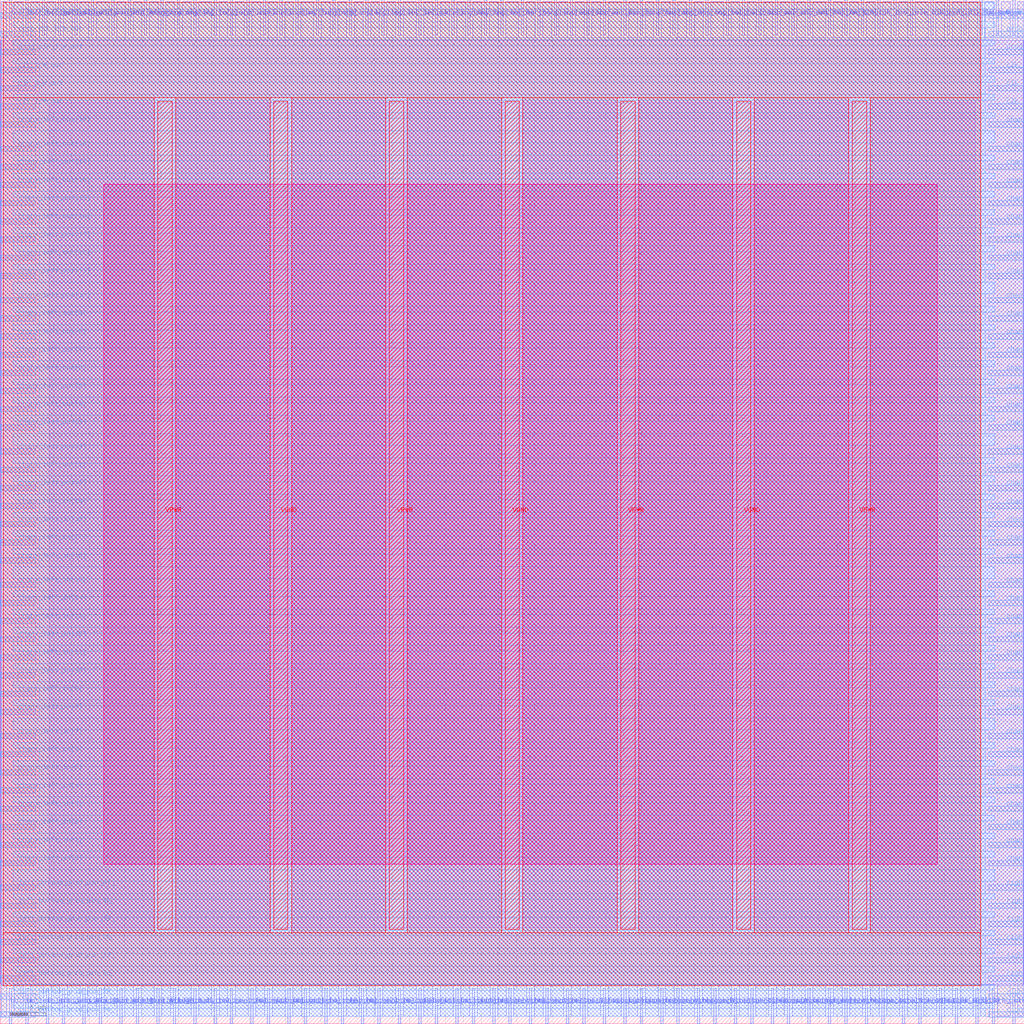
<source format=lef>
VERSION 5.7 ;
  NOWIREEXTENSIONATPIN ON ;
  DIVIDERCHAR "/" ;
  BUSBITCHARS "[]" ;
MACRO sb_1__1_
  CLASS BLOCK ;
  FOREIGN sb_1__1_ ;
  ORIGIN 0.000 0.000 ;
  SIZE 115.000 BY 115.000 ;
  PIN Test_en_N_out
    DIRECTION OUTPUT TRISTATE ;
    USE SIGNAL ;
    PORT
      LAYER met2 ;
        RECT 93.010 111.000 93.290 115.000 ;
    END
  END Test_en_N_out
  PIN Test_en_S_in
    DIRECTION INPUT ;
    USE SIGNAL ;
    PORT
      LAYER met2 ;
        RECT 105.430 0.000 105.710 4.000 ;
    END
  END Test_en_S_in
  PIN VGND
    DIRECTION INPUT ;
    USE GROUND ;
    PORT
      LAYER met4 ;
        RECT 30.710 10.640 32.310 103.600 ;
    END
    PORT
      LAYER met4 ;
        RECT 56.700 10.640 58.300 103.600 ;
    END
    PORT
      LAYER met4 ;
        RECT 82.690 10.640 84.290 103.600 ;
    END
  END VGND
  PIN VPWR
    DIRECTION INPUT ;
    USE POWER ;
    PORT
      LAYER met4 ;
        RECT 17.715 10.640 19.315 103.600 ;
    END
    PORT
      LAYER met4 ;
        RECT 43.705 10.640 45.305 103.600 ;
    END
    PORT
      LAYER met4 ;
        RECT 69.695 10.640 71.295 103.600 ;
    END
    PORT
      LAYER met4 ;
        RECT 95.685 10.640 97.285 103.600 ;
    END
  END VPWR
  PIN bottom_left_grid_pin_42_
    DIRECTION INPUT ;
    USE SIGNAL ;
    PORT
      LAYER met2 ;
        RECT 1.010 0.000 1.290 4.000 ;
    END
  END bottom_left_grid_pin_42_
  PIN bottom_left_grid_pin_43_
    DIRECTION INPUT ;
    USE SIGNAL ;
    PORT
      LAYER met2 ;
        RECT 2.850 0.000 3.130 4.000 ;
    END
  END bottom_left_grid_pin_43_
  PIN bottom_left_grid_pin_44_
    DIRECTION INPUT ;
    USE SIGNAL ;
    PORT
      LAYER met2 ;
        RECT 5.150 0.000 5.430 4.000 ;
    END
  END bottom_left_grid_pin_44_
  PIN bottom_left_grid_pin_45_
    DIRECTION INPUT ;
    USE SIGNAL ;
    PORT
      LAYER met2 ;
        RECT 6.990 0.000 7.270 4.000 ;
    END
  END bottom_left_grid_pin_45_
  PIN bottom_left_grid_pin_46_
    DIRECTION INPUT ;
    USE SIGNAL ;
    PORT
      LAYER met2 ;
        RECT 9.290 0.000 9.570 4.000 ;
    END
  END bottom_left_grid_pin_46_
  PIN bottom_left_grid_pin_47_
    DIRECTION INPUT ;
    USE SIGNAL ;
    PORT
      LAYER met2 ;
        RECT 11.130 0.000 11.410 4.000 ;
    END
  END bottom_left_grid_pin_47_
  PIN bottom_left_grid_pin_48_
    DIRECTION INPUT ;
    USE SIGNAL ;
    PORT
      LAYER met2 ;
        RECT 13.430 0.000 13.710 4.000 ;
    END
  END bottom_left_grid_pin_48_
  PIN bottom_left_grid_pin_49_
    DIRECTION INPUT ;
    USE SIGNAL ;
    PORT
      LAYER met2 ;
        RECT 15.270 0.000 15.550 4.000 ;
    END
  END bottom_left_grid_pin_49_
  PIN ccff_head
    DIRECTION INPUT ;
    USE SIGNAL ;
    PORT
      LAYER met2 ;
        RECT 17.570 0.000 17.850 4.000 ;
    END
  END ccff_head
  PIN ccff_tail
    DIRECTION OUTPUT TRISTATE ;
    USE SIGNAL ;
    PORT
      LAYER met2 ;
        RECT 19.410 0.000 19.690 4.000 ;
    END
  END ccff_tail
  PIN chanx_left_in[0]
    DIRECTION INPUT ;
    USE SIGNAL ;
    PORT
      LAYER met3 ;
        RECT 0.000 17.720 4.000 18.320 ;
    END
  END chanx_left_in[0]
  PIN chanx_left_in[10]
    DIRECTION INPUT ;
    USE SIGNAL ;
    PORT
      LAYER met3 ;
        RECT 0.000 38.800 4.000 39.400 ;
    END
  END chanx_left_in[10]
  PIN chanx_left_in[11]
    DIRECTION INPUT ;
    USE SIGNAL ;
    PORT
      LAYER met3 ;
        RECT 0.000 40.840 4.000 41.440 ;
    END
  END chanx_left_in[11]
  PIN chanx_left_in[12]
    DIRECTION INPUT ;
    USE SIGNAL ;
    PORT
      LAYER met3 ;
        RECT 0.000 42.880 4.000 43.480 ;
    END
  END chanx_left_in[12]
  PIN chanx_left_in[13]
    DIRECTION INPUT ;
    USE SIGNAL ;
    PORT
      LAYER met3 ;
        RECT 0.000 44.920 4.000 45.520 ;
    END
  END chanx_left_in[13]
  PIN chanx_left_in[14]
    DIRECTION INPUT ;
    USE SIGNAL ;
    PORT
      LAYER met3 ;
        RECT 0.000 46.960 4.000 47.560 ;
    END
  END chanx_left_in[14]
  PIN chanx_left_in[15]
    DIRECTION INPUT ;
    USE SIGNAL ;
    PORT
      LAYER met3 ;
        RECT 0.000 49.000 4.000 49.600 ;
    END
  END chanx_left_in[15]
  PIN chanx_left_in[16]
    DIRECTION INPUT ;
    USE SIGNAL ;
    PORT
      LAYER met3 ;
        RECT 0.000 51.720 4.000 52.320 ;
    END
  END chanx_left_in[16]
  PIN chanx_left_in[17]
    DIRECTION INPUT ;
    USE SIGNAL ;
    PORT
      LAYER met3 ;
        RECT 0.000 53.760 4.000 54.360 ;
    END
  END chanx_left_in[17]
  PIN chanx_left_in[18]
    DIRECTION INPUT ;
    USE SIGNAL ;
    PORT
      LAYER met3 ;
        RECT 0.000 55.800 4.000 56.400 ;
    END
  END chanx_left_in[18]
  PIN chanx_left_in[19]
    DIRECTION INPUT ;
    USE SIGNAL ;
    PORT
      LAYER met3 ;
        RECT 0.000 57.840 4.000 58.440 ;
    END
  END chanx_left_in[19]
  PIN chanx_left_in[1]
    DIRECTION INPUT ;
    USE SIGNAL ;
    PORT
      LAYER met3 ;
        RECT 0.000 19.760 4.000 20.360 ;
    END
  END chanx_left_in[1]
  PIN chanx_left_in[2]
    DIRECTION INPUT ;
    USE SIGNAL ;
    PORT
      LAYER met3 ;
        RECT 0.000 21.800 4.000 22.400 ;
    END
  END chanx_left_in[2]
  PIN chanx_left_in[3]
    DIRECTION INPUT ;
    USE SIGNAL ;
    PORT
      LAYER met3 ;
        RECT 0.000 23.840 4.000 24.440 ;
    END
  END chanx_left_in[3]
  PIN chanx_left_in[4]
    DIRECTION INPUT ;
    USE SIGNAL ;
    PORT
      LAYER met3 ;
        RECT 0.000 25.880 4.000 26.480 ;
    END
  END chanx_left_in[4]
  PIN chanx_left_in[5]
    DIRECTION INPUT ;
    USE SIGNAL ;
    PORT
      LAYER met3 ;
        RECT 0.000 27.920 4.000 28.520 ;
    END
  END chanx_left_in[5]
  PIN chanx_left_in[6]
    DIRECTION INPUT ;
    USE SIGNAL ;
    PORT
      LAYER met3 ;
        RECT 0.000 29.960 4.000 30.560 ;
    END
  END chanx_left_in[6]
  PIN chanx_left_in[7]
    DIRECTION INPUT ;
    USE SIGNAL ;
    PORT
      LAYER met3 ;
        RECT 0.000 32.000 4.000 32.600 ;
    END
  END chanx_left_in[7]
  PIN chanx_left_in[8]
    DIRECTION INPUT ;
    USE SIGNAL ;
    PORT
      LAYER met3 ;
        RECT 0.000 34.720 4.000 35.320 ;
    END
  END chanx_left_in[8]
  PIN chanx_left_in[9]
    DIRECTION INPUT ;
    USE SIGNAL ;
    PORT
      LAYER met3 ;
        RECT 0.000 36.760 4.000 37.360 ;
    END
  END chanx_left_in[9]
  PIN chanx_left_out[0]
    DIRECTION OUTPUT TRISTATE ;
    USE SIGNAL ;
    PORT
      LAYER met3 ;
        RECT 0.000 59.880 4.000 60.480 ;
    END
  END chanx_left_out[0]
  PIN chanx_left_out[10]
    DIRECTION OUTPUT TRISTATE ;
    USE SIGNAL ;
    PORT
      LAYER met3 ;
        RECT 0.000 80.960 4.000 81.560 ;
    END
  END chanx_left_out[10]
  PIN chanx_left_out[11]
    DIRECTION OUTPUT TRISTATE ;
    USE SIGNAL ;
    PORT
      LAYER met3 ;
        RECT 0.000 83.680 4.000 84.280 ;
    END
  END chanx_left_out[11]
  PIN chanx_left_out[12]
    DIRECTION OUTPUT TRISTATE ;
    USE SIGNAL ;
    PORT
      LAYER met3 ;
        RECT 0.000 85.720 4.000 86.320 ;
    END
  END chanx_left_out[12]
  PIN chanx_left_out[13]
    DIRECTION OUTPUT TRISTATE ;
    USE SIGNAL ;
    PORT
      LAYER met3 ;
        RECT 0.000 87.760 4.000 88.360 ;
    END
  END chanx_left_out[13]
  PIN chanx_left_out[14]
    DIRECTION OUTPUT TRISTATE ;
    USE SIGNAL ;
    PORT
      LAYER met3 ;
        RECT 0.000 89.800 4.000 90.400 ;
    END
  END chanx_left_out[14]
  PIN chanx_left_out[15]
    DIRECTION OUTPUT TRISTATE ;
    USE SIGNAL ;
    PORT
      LAYER met3 ;
        RECT 0.000 91.840 4.000 92.440 ;
    END
  END chanx_left_out[15]
  PIN chanx_left_out[16]
    DIRECTION OUTPUT TRISTATE ;
    USE SIGNAL ;
    PORT
      LAYER met3 ;
        RECT 0.000 93.880 4.000 94.480 ;
    END
  END chanx_left_out[16]
  PIN chanx_left_out[17]
    DIRECTION OUTPUT TRISTATE ;
    USE SIGNAL ;
    PORT
      LAYER met3 ;
        RECT 0.000 95.920 4.000 96.520 ;
    END
  END chanx_left_out[17]
  PIN chanx_left_out[18]
    DIRECTION OUTPUT TRISTATE ;
    USE SIGNAL ;
    PORT
      LAYER met3 ;
        RECT 0.000 97.960 4.000 98.560 ;
    END
  END chanx_left_out[18]
  PIN chanx_left_out[19]
    DIRECTION OUTPUT TRISTATE ;
    USE SIGNAL ;
    PORT
      LAYER met3 ;
        RECT 0.000 100.680 4.000 101.280 ;
    END
  END chanx_left_out[19]
  PIN chanx_left_out[1]
    DIRECTION OUTPUT TRISTATE ;
    USE SIGNAL ;
    PORT
      LAYER met3 ;
        RECT 0.000 61.920 4.000 62.520 ;
    END
  END chanx_left_out[1]
  PIN chanx_left_out[2]
    DIRECTION OUTPUT TRISTATE ;
    USE SIGNAL ;
    PORT
      LAYER met3 ;
        RECT 0.000 63.960 4.000 64.560 ;
    END
  END chanx_left_out[2]
  PIN chanx_left_out[3]
    DIRECTION OUTPUT TRISTATE ;
    USE SIGNAL ;
    PORT
      LAYER met3 ;
        RECT 0.000 66.680 4.000 67.280 ;
    END
  END chanx_left_out[3]
  PIN chanx_left_out[4]
    DIRECTION OUTPUT TRISTATE ;
    USE SIGNAL ;
    PORT
      LAYER met3 ;
        RECT 0.000 68.720 4.000 69.320 ;
    END
  END chanx_left_out[4]
  PIN chanx_left_out[5]
    DIRECTION OUTPUT TRISTATE ;
    USE SIGNAL ;
    PORT
      LAYER met3 ;
        RECT 0.000 70.760 4.000 71.360 ;
    END
  END chanx_left_out[5]
  PIN chanx_left_out[6]
    DIRECTION OUTPUT TRISTATE ;
    USE SIGNAL ;
    PORT
      LAYER met3 ;
        RECT 0.000 72.800 4.000 73.400 ;
    END
  END chanx_left_out[6]
  PIN chanx_left_out[7]
    DIRECTION OUTPUT TRISTATE ;
    USE SIGNAL ;
    PORT
      LAYER met3 ;
        RECT 0.000 74.840 4.000 75.440 ;
    END
  END chanx_left_out[7]
  PIN chanx_left_out[8]
    DIRECTION OUTPUT TRISTATE ;
    USE SIGNAL ;
    PORT
      LAYER met3 ;
        RECT 0.000 76.880 4.000 77.480 ;
    END
  END chanx_left_out[8]
  PIN chanx_left_out[9]
    DIRECTION OUTPUT TRISTATE ;
    USE SIGNAL ;
    PORT
      LAYER met3 ;
        RECT 0.000 78.920 4.000 79.520 ;
    END
  END chanx_left_out[9]
  PIN chanx_right_in[0]
    DIRECTION INPUT ;
    USE SIGNAL ;
    PORT
      LAYER met3 ;
        RECT 111.000 17.720 115.000 18.320 ;
    END
  END chanx_right_in[0]
  PIN chanx_right_in[10]
    DIRECTION INPUT ;
    USE SIGNAL ;
    PORT
      LAYER met3 ;
        RECT 111.000 38.800 115.000 39.400 ;
    END
  END chanx_right_in[10]
  PIN chanx_right_in[11]
    DIRECTION INPUT ;
    USE SIGNAL ;
    PORT
      LAYER met3 ;
        RECT 111.000 40.840 115.000 41.440 ;
    END
  END chanx_right_in[11]
  PIN chanx_right_in[12]
    DIRECTION INPUT ;
    USE SIGNAL ;
    PORT
      LAYER met3 ;
        RECT 111.000 42.880 115.000 43.480 ;
    END
  END chanx_right_in[12]
  PIN chanx_right_in[13]
    DIRECTION INPUT ;
    USE SIGNAL ;
    PORT
      LAYER met3 ;
        RECT 111.000 44.920 115.000 45.520 ;
    END
  END chanx_right_in[13]
  PIN chanx_right_in[14]
    DIRECTION INPUT ;
    USE SIGNAL ;
    PORT
      LAYER met3 ;
        RECT 111.000 46.960 115.000 47.560 ;
    END
  END chanx_right_in[14]
  PIN chanx_right_in[15]
    DIRECTION INPUT ;
    USE SIGNAL ;
    PORT
      LAYER met3 ;
        RECT 111.000 49.000 115.000 49.600 ;
    END
  END chanx_right_in[15]
  PIN chanx_right_in[16]
    DIRECTION INPUT ;
    USE SIGNAL ;
    PORT
      LAYER met3 ;
        RECT 111.000 51.720 115.000 52.320 ;
    END
  END chanx_right_in[16]
  PIN chanx_right_in[17]
    DIRECTION INPUT ;
    USE SIGNAL ;
    PORT
      LAYER met3 ;
        RECT 111.000 53.760 115.000 54.360 ;
    END
  END chanx_right_in[17]
  PIN chanx_right_in[18]
    DIRECTION INPUT ;
    USE SIGNAL ;
    PORT
      LAYER met3 ;
        RECT 111.000 55.800 115.000 56.400 ;
    END
  END chanx_right_in[18]
  PIN chanx_right_in[19]
    DIRECTION INPUT ;
    USE SIGNAL ;
    PORT
      LAYER met3 ;
        RECT 111.000 57.840 115.000 58.440 ;
    END
  END chanx_right_in[19]
  PIN chanx_right_in[1]
    DIRECTION INPUT ;
    USE SIGNAL ;
    PORT
      LAYER met3 ;
        RECT 111.000 19.760 115.000 20.360 ;
    END
  END chanx_right_in[1]
  PIN chanx_right_in[2]
    DIRECTION INPUT ;
    USE SIGNAL ;
    PORT
      LAYER met3 ;
        RECT 111.000 21.800 115.000 22.400 ;
    END
  END chanx_right_in[2]
  PIN chanx_right_in[3]
    DIRECTION INPUT ;
    USE SIGNAL ;
    PORT
      LAYER met3 ;
        RECT 111.000 23.840 115.000 24.440 ;
    END
  END chanx_right_in[3]
  PIN chanx_right_in[4]
    DIRECTION INPUT ;
    USE SIGNAL ;
    PORT
      LAYER met3 ;
        RECT 111.000 25.880 115.000 26.480 ;
    END
  END chanx_right_in[4]
  PIN chanx_right_in[5]
    DIRECTION INPUT ;
    USE SIGNAL ;
    PORT
      LAYER met3 ;
        RECT 111.000 27.920 115.000 28.520 ;
    END
  END chanx_right_in[5]
  PIN chanx_right_in[6]
    DIRECTION INPUT ;
    USE SIGNAL ;
    PORT
      LAYER met3 ;
        RECT 111.000 29.960 115.000 30.560 ;
    END
  END chanx_right_in[6]
  PIN chanx_right_in[7]
    DIRECTION INPUT ;
    USE SIGNAL ;
    PORT
      LAYER met3 ;
        RECT 111.000 32.000 115.000 32.600 ;
    END
  END chanx_right_in[7]
  PIN chanx_right_in[8]
    DIRECTION INPUT ;
    USE SIGNAL ;
    PORT
      LAYER met3 ;
        RECT 111.000 34.720 115.000 35.320 ;
    END
  END chanx_right_in[8]
  PIN chanx_right_in[9]
    DIRECTION INPUT ;
    USE SIGNAL ;
    PORT
      LAYER met3 ;
        RECT 111.000 36.760 115.000 37.360 ;
    END
  END chanx_right_in[9]
  PIN chanx_right_out[0]
    DIRECTION OUTPUT TRISTATE ;
    USE SIGNAL ;
    PORT
      LAYER met3 ;
        RECT 111.000 59.880 115.000 60.480 ;
    END
  END chanx_right_out[0]
  PIN chanx_right_out[10]
    DIRECTION OUTPUT TRISTATE ;
    USE SIGNAL ;
    PORT
      LAYER met3 ;
        RECT 111.000 80.960 115.000 81.560 ;
    END
  END chanx_right_out[10]
  PIN chanx_right_out[11]
    DIRECTION OUTPUT TRISTATE ;
    USE SIGNAL ;
    PORT
      LAYER met3 ;
        RECT 111.000 83.680 115.000 84.280 ;
    END
  END chanx_right_out[11]
  PIN chanx_right_out[12]
    DIRECTION OUTPUT TRISTATE ;
    USE SIGNAL ;
    PORT
      LAYER met3 ;
        RECT 111.000 85.720 115.000 86.320 ;
    END
  END chanx_right_out[12]
  PIN chanx_right_out[13]
    DIRECTION OUTPUT TRISTATE ;
    USE SIGNAL ;
    PORT
      LAYER met3 ;
        RECT 111.000 87.760 115.000 88.360 ;
    END
  END chanx_right_out[13]
  PIN chanx_right_out[14]
    DIRECTION OUTPUT TRISTATE ;
    USE SIGNAL ;
    PORT
      LAYER met3 ;
        RECT 111.000 89.800 115.000 90.400 ;
    END
  END chanx_right_out[14]
  PIN chanx_right_out[15]
    DIRECTION OUTPUT TRISTATE ;
    USE SIGNAL ;
    PORT
      LAYER met3 ;
        RECT 111.000 91.840 115.000 92.440 ;
    END
  END chanx_right_out[15]
  PIN chanx_right_out[16]
    DIRECTION OUTPUT TRISTATE ;
    USE SIGNAL ;
    PORT
      LAYER met3 ;
        RECT 111.000 93.880 115.000 94.480 ;
    END
  END chanx_right_out[16]
  PIN chanx_right_out[17]
    DIRECTION OUTPUT TRISTATE ;
    USE SIGNAL ;
    PORT
      LAYER met3 ;
        RECT 111.000 95.920 115.000 96.520 ;
    END
  END chanx_right_out[17]
  PIN chanx_right_out[18]
    DIRECTION OUTPUT TRISTATE ;
    USE SIGNAL ;
    PORT
      LAYER met3 ;
        RECT 111.000 97.960 115.000 98.560 ;
    END
  END chanx_right_out[18]
  PIN chanx_right_out[19]
    DIRECTION OUTPUT TRISTATE ;
    USE SIGNAL ;
    PORT
      LAYER met3 ;
        RECT 111.000 100.680 115.000 101.280 ;
    END
  END chanx_right_out[19]
  PIN chanx_right_out[1]
    DIRECTION OUTPUT TRISTATE ;
    USE SIGNAL ;
    PORT
      LAYER met3 ;
        RECT 111.000 61.920 115.000 62.520 ;
    END
  END chanx_right_out[1]
  PIN chanx_right_out[2]
    DIRECTION OUTPUT TRISTATE ;
    USE SIGNAL ;
    PORT
      LAYER met3 ;
        RECT 111.000 63.960 115.000 64.560 ;
    END
  END chanx_right_out[2]
  PIN chanx_right_out[3]
    DIRECTION OUTPUT TRISTATE ;
    USE SIGNAL ;
    PORT
      LAYER met3 ;
        RECT 111.000 66.680 115.000 67.280 ;
    END
  END chanx_right_out[3]
  PIN chanx_right_out[4]
    DIRECTION OUTPUT TRISTATE ;
    USE SIGNAL ;
    PORT
      LAYER met3 ;
        RECT 111.000 68.720 115.000 69.320 ;
    END
  END chanx_right_out[4]
  PIN chanx_right_out[5]
    DIRECTION OUTPUT TRISTATE ;
    USE SIGNAL ;
    PORT
      LAYER met3 ;
        RECT 111.000 70.760 115.000 71.360 ;
    END
  END chanx_right_out[5]
  PIN chanx_right_out[6]
    DIRECTION OUTPUT TRISTATE ;
    USE SIGNAL ;
    PORT
      LAYER met3 ;
        RECT 111.000 72.800 115.000 73.400 ;
    END
  END chanx_right_out[6]
  PIN chanx_right_out[7]
    DIRECTION OUTPUT TRISTATE ;
    USE SIGNAL ;
    PORT
      LAYER met3 ;
        RECT 111.000 74.840 115.000 75.440 ;
    END
  END chanx_right_out[7]
  PIN chanx_right_out[8]
    DIRECTION OUTPUT TRISTATE ;
    USE SIGNAL ;
    PORT
      LAYER met3 ;
        RECT 111.000 76.880 115.000 77.480 ;
    END
  END chanx_right_out[8]
  PIN chanx_right_out[9]
    DIRECTION OUTPUT TRISTATE ;
    USE SIGNAL ;
    PORT
      LAYER met3 ;
        RECT 111.000 78.920 115.000 79.520 ;
    END
  END chanx_right_out[9]
  PIN chany_bottom_in[0]
    DIRECTION INPUT ;
    USE SIGNAL ;
    PORT
      LAYER met2 ;
        RECT 21.710 0.000 21.990 4.000 ;
    END
  END chany_bottom_in[0]
  PIN chany_bottom_in[10]
    DIRECTION INPUT ;
    USE SIGNAL ;
    PORT
      LAYER met2 ;
        RECT 42.410 0.000 42.690 4.000 ;
    END
  END chany_bottom_in[10]
  PIN chany_bottom_in[11]
    DIRECTION INPUT ;
    USE SIGNAL ;
    PORT
      LAYER met2 ;
        RECT 44.710 0.000 44.990 4.000 ;
    END
  END chany_bottom_in[11]
  PIN chany_bottom_in[12]
    DIRECTION INPUT ;
    USE SIGNAL ;
    PORT
      LAYER met2 ;
        RECT 47.010 0.000 47.290 4.000 ;
    END
  END chany_bottom_in[12]
  PIN chany_bottom_in[13]
    DIRECTION INPUT ;
    USE SIGNAL ;
    PORT
      LAYER met2 ;
        RECT 48.850 0.000 49.130 4.000 ;
    END
  END chany_bottom_in[13]
  PIN chany_bottom_in[14]
    DIRECTION INPUT ;
    USE SIGNAL ;
    PORT
      LAYER met2 ;
        RECT 51.150 0.000 51.430 4.000 ;
    END
  END chany_bottom_in[14]
  PIN chany_bottom_in[15]
    DIRECTION INPUT ;
    USE SIGNAL ;
    PORT
      LAYER met2 ;
        RECT 52.990 0.000 53.270 4.000 ;
    END
  END chany_bottom_in[15]
  PIN chany_bottom_in[16]
    DIRECTION INPUT ;
    USE SIGNAL ;
    PORT
      LAYER met2 ;
        RECT 55.290 0.000 55.570 4.000 ;
    END
  END chany_bottom_in[16]
  PIN chany_bottom_in[17]
    DIRECTION INPUT ;
    USE SIGNAL ;
    PORT
      LAYER met2 ;
        RECT 57.130 0.000 57.410 4.000 ;
    END
  END chany_bottom_in[17]
  PIN chany_bottom_in[18]
    DIRECTION INPUT ;
    USE SIGNAL ;
    PORT
      LAYER met2 ;
        RECT 59.430 0.000 59.710 4.000 ;
    END
  END chany_bottom_in[18]
  PIN chany_bottom_in[19]
    DIRECTION INPUT ;
    USE SIGNAL ;
    PORT
      LAYER met2 ;
        RECT 61.270 0.000 61.550 4.000 ;
    END
  END chany_bottom_in[19]
  PIN chany_bottom_in[1]
    DIRECTION INPUT ;
    USE SIGNAL ;
    PORT
      LAYER met2 ;
        RECT 24.010 0.000 24.290 4.000 ;
    END
  END chany_bottom_in[1]
  PIN chany_bottom_in[2]
    DIRECTION INPUT ;
    USE SIGNAL ;
    PORT
      LAYER met2 ;
        RECT 25.850 0.000 26.130 4.000 ;
    END
  END chany_bottom_in[2]
  PIN chany_bottom_in[3]
    DIRECTION INPUT ;
    USE SIGNAL ;
    PORT
      LAYER met2 ;
        RECT 28.150 0.000 28.430 4.000 ;
    END
  END chany_bottom_in[3]
  PIN chany_bottom_in[4]
    DIRECTION INPUT ;
    USE SIGNAL ;
    PORT
      LAYER met2 ;
        RECT 29.990 0.000 30.270 4.000 ;
    END
  END chany_bottom_in[4]
  PIN chany_bottom_in[5]
    DIRECTION INPUT ;
    USE SIGNAL ;
    PORT
      LAYER met2 ;
        RECT 32.290 0.000 32.570 4.000 ;
    END
  END chany_bottom_in[5]
  PIN chany_bottom_in[6]
    DIRECTION INPUT ;
    USE SIGNAL ;
    PORT
      LAYER met2 ;
        RECT 34.130 0.000 34.410 4.000 ;
    END
  END chany_bottom_in[6]
  PIN chany_bottom_in[7]
    DIRECTION INPUT ;
    USE SIGNAL ;
    PORT
      LAYER met2 ;
        RECT 36.430 0.000 36.710 4.000 ;
    END
  END chany_bottom_in[7]
  PIN chany_bottom_in[8]
    DIRECTION INPUT ;
    USE SIGNAL ;
    PORT
      LAYER met2 ;
        RECT 38.270 0.000 38.550 4.000 ;
    END
  END chany_bottom_in[8]
  PIN chany_bottom_in[9]
    DIRECTION INPUT ;
    USE SIGNAL ;
    PORT
      LAYER met2 ;
        RECT 40.570 0.000 40.850 4.000 ;
    END
  END chany_bottom_in[9]
  PIN chany_bottom_out[0]
    DIRECTION OUTPUT TRISTATE ;
    USE SIGNAL ;
    PORT
      LAYER met2 ;
        RECT 63.570 0.000 63.850 4.000 ;
    END
  END chany_bottom_out[0]
  PIN chany_bottom_out[10]
    DIRECTION OUTPUT TRISTATE ;
    USE SIGNAL ;
    PORT
      LAYER met2 ;
        RECT 84.270 0.000 84.550 4.000 ;
    END
  END chany_bottom_out[10]
  PIN chany_bottom_out[11]
    DIRECTION OUTPUT TRISTATE ;
    USE SIGNAL ;
    PORT
      LAYER met2 ;
        RECT 86.570 0.000 86.850 4.000 ;
    END
  END chany_bottom_out[11]
  PIN chany_bottom_out[12]
    DIRECTION OUTPUT TRISTATE ;
    USE SIGNAL ;
    PORT
      LAYER met2 ;
        RECT 88.410 0.000 88.690 4.000 ;
    END
  END chany_bottom_out[12]
  PIN chany_bottom_out[13]
    DIRECTION OUTPUT TRISTATE ;
    USE SIGNAL ;
    PORT
      LAYER met2 ;
        RECT 90.710 0.000 90.990 4.000 ;
    END
  END chany_bottom_out[13]
  PIN chany_bottom_out[14]
    DIRECTION OUTPUT TRISTATE ;
    USE SIGNAL ;
    PORT
      LAYER met2 ;
        RECT 93.010 0.000 93.290 4.000 ;
    END
  END chany_bottom_out[14]
  PIN chany_bottom_out[15]
    DIRECTION OUTPUT TRISTATE ;
    USE SIGNAL ;
    PORT
      LAYER met2 ;
        RECT 94.850 0.000 95.130 4.000 ;
    END
  END chany_bottom_out[15]
  PIN chany_bottom_out[16]
    DIRECTION OUTPUT TRISTATE ;
    USE SIGNAL ;
    PORT
      LAYER met2 ;
        RECT 97.150 0.000 97.430 4.000 ;
    END
  END chany_bottom_out[16]
  PIN chany_bottom_out[17]
    DIRECTION OUTPUT TRISTATE ;
    USE SIGNAL ;
    PORT
      LAYER met2 ;
        RECT 98.990 0.000 99.270 4.000 ;
    END
  END chany_bottom_out[17]
  PIN chany_bottom_out[18]
    DIRECTION OUTPUT TRISTATE ;
    USE SIGNAL ;
    PORT
      LAYER met2 ;
        RECT 101.290 0.000 101.570 4.000 ;
    END
  END chany_bottom_out[18]
  PIN chany_bottom_out[19]
    DIRECTION OUTPUT TRISTATE ;
    USE SIGNAL ;
    PORT
      LAYER met2 ;
        RECT 103.130 0.000 103.410 4.000 ;
    END
  END chany_bottom_out[19]
  PIN chany_bottom_out[1]
    DIRECTION OUTPUT TRISTATE ;
    USE SIGNAL ;
    PORT
      LAYER met2 ;
        RECT 65.410 0.000 65.690 4.000 ;
    END
  END chany_bottom_out[1]
  PIN chany_bottom_out[2]
    DIRECTION OUTPUT TRISTATE ;
    USE SIGNAL ;
    PORT
      LAYER met2 ;
        RECT 67.710 0.000 67.990 4.000 ;
    END
  END chany_bottom_out[2]
  PIN chany_bottom_out[3]
    DIRECTION OUTPUT TRISTATE ;
    USE SIGNAL ;
    PORT
      LAYER met2 ;
        RECT 70.010 0.000 70.290 4.000 ;
    END
  END chany_bottom_out[3]
  PIN chany_bottom_out[4]
    DIRECTION OUTPUT TRISTATE ;
    USE SIGNAL ;
    PORT
      LAYER met2 ;
        RECT 71.850 0.000 72.130 4.000 ;
    END
  END chany_bottom_out[4]
  PIN chany_bottom_out[5]
    DIRECTION OUTPUT TRISTATE ;
    USE SIGNAL ;
    PORT
      LAYER met2 ;
        RECT 74.150 0.000 74.430 4.000 ;
    END
  END chany_bottom_out[5]
  PIN chany_bottom_out[6]
    DIRECTION OUTPUT TRISTATE ;
    USE SIGNAL ;
    PORT
      LAYER met2 ;
        RECT 75.990 0.000 76.270 4.000 ;
    END
  END chany_bottom_out[6]
  PIN chany_bottom_out[7]
    DIRECTION OUTPUT TRISTATE ;
    USE SIGNAL ;
    PORT
      LAYER met2 ;
        RECT 78.290 0.000 78.570 4.000 ;
    END
  END chany_bottom_out[7]
  PIN chany_bottom_out[8]
    DIRECTION OUTPUT TRISTATE ;
    USE SIGNAL ;
    PORT
      LAYER met2 ;
        RECT 80.130 0.000 80.410 4.000 ;
    END
  END chany_bottom_out[8]
  PIN chany_bottom_out[9]
    DIRECTION OUTPUT TRISTATE ;
    USE SIGNAL ;
    PORT
      LAYER met2 ;
        RECT 82.430 0.000 82.710 4.000 ;
    END
  END chany_bottom_out[9]
  PIN chany_top_in[0]
    DIRECTION INPUT ;
    USE SIGNAL ;
    PORT
      LAYER met2 ;
        RECT 16.190 111.000 16.470 115.000 ;
    END
  END chany_top_in[0]
  PIN chany_top_in[10]
    DIRECTION INPUT ;
    USE SIGNAL ;
    PORT
      LAYER met2 ;
        RECT 35.510 111.000 35.790 115.000 ;
    END
  END chany_top_in[10]
  PIN chany_top_in[11]
    DIRECTION INPUT ;
    USE SIGNAL ;
    PORT
      LAYER met2 ;
        RECT 37.350 111.000 37.630 115.000 ;
    END
  END chany_top_in[11]
  PIN chany_top_in[12]
    DIRECTION INPUT ;
    USE SIGNAL ;
    PORT
      LAYER met2 ;
        RECT 39.190 111.000 39.470 115.000 ;
    END
  END chany_top_in[12]
  PIN chany_top_in[13]
    DIRECTION INPUT ;
    USE SIGNAL ;
    PORT
      LAYER met2 ;
        RECT 41.030 111.000 41.310 115.000 ;
    END
  END chany_top_in[13]
  PIN chany_top_in[14]
    DIRECTION INPUT ;
    USE SIGNAL ;
    PORT
      LAYER met2 ;
        RECT 42.870 111.000 43.150 115.000 ;
    END
  END chany_top_in[14]
  PIN chany_top_in[15]
    DIRECTION INPUT ;
    USE SIGNAL ;
    PORT
      LAYER met2 ;
        RECT 44.710 111.000 44.990 115.000 ;
    END
  END chany_top_in[15]
  PIN chany_top_in[16]
    DIRECTION INPUT ;
    USE SIGNAL ;
    PORT
      LAYER met2 ;
        RECT 47.010 111.000 47.290 115.000 ;
    END
  END chany_top_in[16]
  PIN chany_top_in[17]
    DIRECTION INPUT ;
    USE SIGNAL ;
    PORT
      LAYER met2 ;
        RECT 48.850 111.000 49.130 115.000 ;
    END
  END chany_top_in[17]
  PIN chany_top_in[18]
    DIRECTION INPUT ;
    USE SIGNAL ;
    PORT
      LAYER met2 ;
        RECT 50.690 111.000 50.970 115.000 ;
    END
  END chany_top_in[18]
  PIN chany_top_in[19]
    DIRECTION INPUT ;
    USE SIGNAL ;
    PORT
      LAYER met2 ;
        RECT 52.530 111.000 52.810 115.000 ;
    END
  END chany_top_in[19]
  PIN chany_top_in[1]
    DIRECTION INPUT ;
    USE SIGNAL ;
    PORT
      LAYER met2 ;
        RECT 18.030 111.000 18.310 115.000 ;
    END
  END chany_top_in[1]
  PIN chany_top_in[2]
    DIRECTION INPUT ;
    USE SIGNAL ;
    PORT
      LAYER met2 ;
        RECT 19.870 111.000 20.150 115.000 ;
    END
  END chany_top_in[2]
  PIN chany_top_in[3]
    DIRECTION INPUT ;
    USE SIGNAL ;
    PORT
      LAYER met2 ;
        RECT 21.710 111.000 21.990 115.000 ;
    END
  END chany_top_in[3]
  PIN chany_top_in[4]
    DIRECTION INPUT ;
    USE SIGNAL ;
    PORT
      LAYER met2 ;
        RECT 24.010 111.000 24.290 115.000 ;
    END
  END chany_top_in[4]
  PIN chany_top_in[5]
    DIRECTION INPUT ;
    USE SIGNAL ;
    PORT
      LAYER met2 ;
        RECT 25.850 111.000 26.130 115.000 ;
    END
  END chany_top_in[5]
  PIN chany_top_in[6]
    DIRECTION INPUT ;
    USE SIGNAL ;
    PORT
      LAYER met2 ;
        RECT 27.690 111.000 27.970 115.000 ;
    END
  END chany_top_in[6]
  PIN chany_top_in[7]
    DIRECTION INPUT ;
    USE SIGNAL ;
    PORT
      LAYER met2 ;
        RECT 29.530 111.000 29.810 115.000 ;
    END
  END chany_top_in[7]
  PIN chany_top_in[8]
    DIRECTION INPUT ;
    USE SIGNAL ;
    PORT
      LAYER met2 ;
        RECT 31.370 111.000 31.650 115.000 ;
    END
  END chany_top_in[8]
  PIN chany_top_in[9]
    DIRECTION INPUT ;
    USE SIGNAL ;
    PORT
      LAYER met2 ;
        RECT 33.210 111.000 33.490 115.000 ;
    END
  END chany_top_in[9]
  PIN chany_top_out[0]
    DIRECTION OUTPUT TRISTATE ;
    USE SIGNAL ;
    PORT
      LAYER met2 ;
        RECT 54.370 111.000 54.650 115.000 ;
    END
  END chany_top_out[0]
  PIN chany_top_out[10]
    DIRECTION OUTPUT TRISTATE ;
    USE SIGNAL ;
    PORT
      LAYER met2 ;
        RECT 73.690 111.000 73.970 115.000 ;
    END
  END chany_top_out[10]
  PIN chany_top_out[11]
    DIRECTION OUTPUT TRISTATE ;
    USE SIGNAL ;
    PORT
      LAYER met2 ;
        RECT 75.530 111.000 75.810 115.000 ;
    END
  END chany_top_out[11]
  PIN chany_top_out[12]
    DIRECTION OUTPUT TRISTATE ;
    USE SIGNAL ;
    PORT
      LAYER met2 ;
        RECT 77.370 111.000 77.650 115.000 ;
    END
  END chany_top_out[12]
  PIN chany_top_out[13]
    DIRECTION OUTPUT TRISTATE ;
    USE SIGNAL ;
    PORT
      LAYER met2 ;
        RECT 79.210 111.000 79.490 115.000 ;
    END
  END chany_top_out[13]
  PIN chany_top_out[14]
    DIRECTION OUTPUT TRISTATE ;
    USE SIGNAL ;
    PORT
      LAYER met2 ;
        RECT 81.510 111.000 81.790 115.000 ;
    END
  END chany_top_out[14]
  PIN chany_top_out[15]
    DIRECTION OUTPUT TRISTATE ;
    USE SIGNAL ;
    PORT
      LAYER met2 ;
        RECT 83.350 111.000 83.630 115.000 ;
    END
  END chany_top_out[15]
  PIN chany_top_out[16]
    DIRECTION OUTPUT TRISTATE ;
    USE SIGNAL ;
    PORT
      LAYER met2 ;
        RECT 85.190 111.000 85.470 115.000 ;
    END
  END chany_top_out[16]
  PIN chany_top_out[17]
    DIRECTION OUTPUT TRISTATE ;
    USE SIGNAL ;
    PORT
      LAYER met2 ;
        RECT 87.030 111.000 87.310 115.000 ;
    END
  END chany_top_out[17]
  PIN chany_top_out[18]
    DIRECTION OUTPUT TRISTATE ;
    USE SIGNAL ;
    PORT
      LAYER met2 ;
        RECT 88.870 111.000 89.150 115.000 ;
    END
  END chany_top_out[18]
  PIN chany_top_out[19]
    DIRECTION OUTPUT TRISTATE ;
    USE SIGNAL ;
    PORT
      LAYER met2 ;
        RECT 90.710 111.000 90.990 115.000 ;
    END
  END chany_top_out[19]
  PIN chany_top_out[1]
    DIRECTION OUTPUT TRISTATE ;
    USE SIGNAL ;
    PORT
      LAYER met2 ;
        RECT 56.210 111.000 56.490 115.000 ;
    END
  END chany_top_out[1]
  PIN chany_top_out[2]
    DIRECTION OUTPUT TRISTATE ;
    USE SIGNAL ;
    PORT
      LAYER met2 ;
        RECT 58.510 111.000 58.790 115.000 ;
    END
  END chany_top_out[2]
  PIN chany_top_out[3]
    DIRECTION OUTPUT TRISTATE ;
    USE SIGNAL ;
    PORT
      LAYER met2 ;
        RECT 60.350 111.000 60.630 115.000 ;
    END
  END chany_top_out[3]
  PIN chany_top_out[4]
    DIRECTION OUTPUT TRISTATE ;
    USE SIGNAL ;
    PORT
      LAYER met2 ;
        RECT 62.190 111.000 62.470 115.000 ;
    END
  END chany_top_out[4]
  PIN chany_top_out[5]
    DIRECTION OUTPUT TRISTATE ;
    USE SIGNAL ;
    PORT
      LAYER met2 ;
        RECT 64.030 111.000 64.310 115.000 ;
    END
  END chany_top_out[5]
  PIN chany_top_out[6]
    DIRECTION OUTPUT TRISTATE ;
    USE SIGNAL ;
    PORT
      LAYER met2 ;
        RECT 65.870 111.000 66.150 115.000 ;
    END
  END chany_top_out[6]
  PIN chany_top_out[7]
    DIRECTION OUTPUT TRISTATE ;
    USE SIGNAL ;
    PORT
      LAYER met2 ;
        RECT 67.710 111.000 67.990 115.000 ;
    END
  END chany_top_out[7]
  PIN chany_top_out[8]
    DIRECTION OUTPUT TRISTATE ;
    USE SIGNAL ;
    PORT
      LAYER met2 ;
        RECT 70.010 111.000 70.290 115.000 ;
    END
  END chany_top_out[8]
  PIN chany_top_out[9]
    DIRECTION OUTPUT TRISTATE ;
    USE SIGNAL ;
    PORT
      LAYER met2 ;
        RECT 71.850 111.000 72.130 115.000 ;
    END
  END chany_top_out[9]
  PIN clk_1_E_out
    DIRECTION OUTPUT TRISTATE ;
    USE SIGNAL ;
    PORT
      LAYER met3 ;
        RECT 111.000 102.720 115.000 103.320 ;
    END
  END clk_1_E_out
  PIN clk_1_N_in
    DIRECTION INPUT ;
    USE SIGNAL ;
    PORT
      LAYER met2 ;
        RECT 94.850 111.000 95.130 115.000 ;
    END
  END clk_1_N_in
  PIN clk_1_W_out
    DIRECTION OUTPUT TRISTATE ;
    USE SIGNAL ;
    PORT
      LAYER met3 ;
        RECT 0.000 102.720 4.000 103.320 ;
    END
  END clk_1_W_out
  PIN clk_2_E_out
    DIRECTION OUTPUT TRISTATE ;
    USE SIGNAL ;
    PORT
      LAYER met3 ;
        RECT 111.000 104.760 115.000 105.360 ;
    END
  END clk_2_E_out
  PIN clk_2_N_in
    DIRECTION INPUT ;
    USE SIGNAL ;
    PORT
      LAYER met2 ;
        RECT 96.690 111.000 96.970 115.000 ;
    END
  END clk_2_N_in
  PIN clk_2_N_out
    DIRECTION OUTPUT TRISTATE ;
    USE SIGNAL ;
    PORT
      LAYER met2 ;
        RECT 108.190 111.000 108.470 115.000 ;
    END
  END clk_2_N_out
  PIN clk_2_S_out
    DIRECTION OUTPUT TRISTATE ;
    USE SIGNAL ;
    PORT
      LAYER met2 ;
        RECT 107.270 0.000 107.550 4.000 ;
    END
  END clk_2_S_out
  PIN clk_2_W_out
    DIRECTION OUTPUT TRISTATE ;
    USE SIGNAL ;
    PORT
      LAYER met3 ;
        RECT 0.000 104.760 4.000 105.360 ;
    END
  END clk_2_W_out
  PIN clk_3_E_out
    DIRECTION OUTPUT TRISTATE ;
    USE SIGNAL ;
    PORT
      LAYER met3 ;
        RECT 111.000 106.800 115.000 107.400 ;
    END
  END clk_3_E_out
  PIN clk_3_N_in
    DIRECTION INPUT ;
    USE SIGNAL ;
    PORT
      LAYER met2 ;
        RECT 98.530 111.000 98.810 115.000 ;
    END
  END clk_3_N_in
  PIN clk_3_N_out
    DIRECTION OUTPUT TRISTATE ;
    USE SIGNAL ;
    PORT
      LAYER met2 ;
        RECT 110.030 111.000 110.310 115.000 ;
    END
  END clk_3_N_out
  PIN clk_3_S_out
    DIRECTION OUTPUT TRISTATE ;
    USE SIGNAL ;
    PORT
      LAYER met2 ;
        RECT 109.570 0.000 109.850 4.000 ;
    END
  END clk_3_S_out
  PIN clk_3_W_out
    DIRECTION OUTPUT TRISTATE ;
    USE SIGNAL ;
    PORT
      LAYER met3 ;
        RECT 0.000 106.800 4.000 107.400 ;
    END
  END clk_3_W_out
  PIN left_bottom_grid_pin_34_
    DIRECTION INPUT ;
    USE SIGNAL ;
    PORT
      LAYER met3 ;
        RECT 0.000 0.720 4.000 1.320 ;
    END
  END left_bottom_grid_pin_34_
  PIN left_bottom_grid_pin_35_
    DIRECTION INPUT ;
    USE SIGNAL ;
    PORT
      LAYER met3 ;
        RECT 0.000 2.760 4.000 3.360 ;
    END
  END left_bottom_grid_pin_35_
  PIN left_bottom_grid_pin_36_
    DIRECTION INPUT ;
    USE SIGNAL ;
    PORT
      LAYER met3 ;
        RECT 0.000 4.800 4.000 5.400 ;
    END
  END left_bottom_grid_pin_36_
  PIN left_bottom_grid_pin_37_
    DIRECTION INPUT ;
    USE SIGNAL ;
    PORT
      LAYER met3 ;
        RECT 0.000 6.840 4.000 7.440 ;
    END
  END left_bottom_grid_pin_37_
  PIN left_bottom_grid_pin_38_
    DIRECTION INPUT ;
    USE SIGNAL ;
    PORT
      LAYER met3 ;
        RECT 0.000 8.880 4.000 9.480 ;
    END
  END left_bottom_grid_pin_38_
  PIN left_bottom_grid_pin_39_
    DIRECTION INPUT ;
    USE SIGNAL ;
    PORT
      LAYER met3 ;
        RECT 0.000 10.920 4.000 11.520 ;
    END
  END left_bottom_grid_pin_39_
  PIN left_bottom_grid_pin_40_
    DIRECTION INPUT ;
    USE SIGNAL ;
    PORT
      LAYER met3 ;
        RECT 0.000 12.960 4.000 13.560 ;
    END
  END left_bottom_grid_pin_40_
  PIN left_bottom_grid_pin_41_
    DIRECTION INPUT ;
    USE SIGNAL ;
    PORT
      LAYER met3 ;
        RECT 0.000 15.000 4.000 15.600 ;
    END
  END left_bottom_grid_pin_41_
  PIN prog_clk_0_N_in
    DIRECTION INPUT ;
    USE SIGNAL ;
    PORT
      LAYER met2 ;
        RECT 100.370 111.000 100.650 115.000 ;
    END
  END prog_clk_0_N_in
  PIN prog_clk_1_E_out
    DIRECTION OUTPUT TRISTATE ;
    USE SIGNAL ;
    PORT
      LAYER met3 ;
        RECT 111.000 108.840 115.000 109.440 ;
    END
  END prog_clk_1_E_out
  PIN prog_clk_1_N_in
    DIRECTION INPUT ;
    USE SIGNAL ;
    PORT
      LAYER met2 ;
        RECT 102.210 111.000 102.490 115.000 ;
    END
  END prog_clk_1_N_in
  PIN prog_clk_1_W_out
    DIRECTION OUTPUT TRISTATE ;
    USE SIGNAL ;
    PORT
      LAYER met3 ;
        RECT 0.000 108.840 4.000 109.440 ;
    END
  END prog_clk_1_W_out
  PIN prog_clk_2_E_out
    DIRECTION OUTPUT TRISTATE ;
    USE SIGNAL ;
    PORT
      LAYER met3 ;
        RECT 111.000 110.880 115.000 111.480 ;
    END
  END prog_clk_2_E_out
  PIN prog_clk_2_N_in
    DIRECTION INPUT ;
    USE SIGNAL ;
    PORT
      LAYER met2 ;
        RECT 104.510 111.000 104.790 115.000 ;
    END
  END prog_clk_2_N_in
  PIN prog_clk_2_N_out
    DIRECTION OUTPUT TRISTATE ;
    USE SIGNAL ;
    PORT
      LAYER met2 ;
        RECT 111.870 111.000 112.150 115.000 ;
    END
  END prog_clk_2_N_out
  PIN prog_clk_2_S_out
    DIRECTION OUTPUT TRISTATE ;
    USE SIGNAL ;
    PORT
      LAYER met2 ;
        RECT 111.410 0.000 111.690 4.000 ;
    END
  END prog_clk_2_S_out
  PIN prog_clk_2_W_out
    DIRECTION OUTPUT TRISTATE ;
    USE SIGNAL ;
    PORT
      LAYER met3 ;
        RECT 0.000 110.880 4.000 111.480 ;
    END
  END prog_clk_2_W_out
  PIN prog_clk_3_E_out
    DIRECTION OUTPUT TRISTATE ;
    USE SIGNAL ;
    PORT
      LAYER met3 ;
        RECT 111.000 112.920 115.000 113.520 ;
    END
  END prog_clk_3_E_out
  PIN prog_clk_3_N_in
    DIRECTION INPUT ;
    USE SIGNAL ;
    PORT
      LAYER met2 ;
        RECT 106.350 111.000 106.630 115.000 ;
    END
  END prog_clk_3_N_in
  PIN prog_clk_3_N_out
    DIRECTION OUTPUT TRISTATE ;
    USE SIGNAL ;
    PORT
      LAYER met2 ;
        RECT 113.710 111.000 113.990 115.000 ;
    END
  END prog_clk_3_N_out
  PIN prog_clk_3_S_out
    DIRECTION OUTPUT TRISTATE ;
    USE SIGNAL ;
    PORT
      LAYER met2 ;
        RECT 113.710 0.000 113.990 4.000 ;
    END
  END prog_clk_3_S_out
  PIN prog_clk_3_W_out
    DIRECTION OUTPUT TRISTATE ;
    USE SIGNAL ;
    PORT
      LAYER met3 ;
        RECT 0.000 112.920 4.000 113.520 ;
    END
  END prog_clk_3_W_out
  PIN right_bottom_grid_pin_34_
    DIRECTION INPUT ;
    USE SIGNAL ;
    PORT
      LAYER met3 ;
        RECT 111.000 0.720 115.000 1.320 ;
    END
  END right_bottom_grid_pin_34_
  PIN right_bottom_grid_pin_35_
    DIRECTION INPUT ;
    USE SIGNAL ;
    PORT
      LAYER met3 ;
        RECT 111.000 2.760 115.000 3.360 ;
    END
  END right_bottom_grid_pin_35_
  PIN right_bottom_grid_pin_36_
    DIRECTION INPUT ;
    USE SIGNAL ;
    PORT
      LAYER met3 ;
        RECT 111.000 4.800 115.000 5.400 ;
    END
  END right_bottom_grid_pin_36_
  PIN right_bottom_grid_pin_37_
    DIRECTION INPUT ;
    USE SIGNAL ;
    PORT
      LAYER met3 ;
        RECT 111.000 6.840 115.000 7.440 ;
    END
  END right_bottom_grid_pin_37_
  PIN right_bottom_grid_pin_38_
    DIRECTION INPUT ;
    USE SIGNAL ;
    PORT
      LAYER met3 ;
        RECT 111.000 8.880 115.000 9.480 ;
    END
  END right_bottom_grid_pin_38_
  PIN right_bottom_grid_pin_39_
    DIRECTION INPUT ;
    USE SIGNAL ;
    PORT
      LAYER met3 ;
        RECT 111.000 10.920 115.000 11.520 ;
    END
  END right_bottom_grid_pin_39_
  PIN right_bottom_grid_pin_40_
    DIRECTION INPUT ;
    USE SIGNAL ;
    PORT
      LAYER met3 ;
        RECT 111.000 12.960 115.000 13.560 ;
    END
  END right_bottom_grid_pin_40_
  PIN right_bottom_grid_pin_41_
    DIRECTION INPUT ;
    USE SIGNAL ;
    PORT
      LAYER met3 ;
        RECT 111.000 15.000 115.000 15.600 ;
    END
  END right_bottom_grid_pin_41_
  PIN top_left_grid_pin_42_
    DIRECTION INPUT ;
    USE SIGNAL ;
    PORT
      LAYER met2 ;
        RECT 1.010 111.000 1.290 115.000 ;
    END
  END top_left_grid_pin_42_
  PIN top_left_grid_pin_43_
    DIRECTION INPUT ;
    USE SIGNAL ;
    PORT
      LAYER met2 ;
        RECT 2.850 111.000 3.130 115.000 ;
    END
  END top_left_grid_pin_43_
  PIN top_left_grid_pin_44_
    DIRECTION INPUT ;
    USE SIGNAL ;
    PORT
      LAYER met2 ;
        RECT 4.690 111.000 4.970 115.000 ;
    END
  END top_left_grid_pin_44_
  PIN top_left_grid_pin_45_
    DIRECTION INPUT ;
    USE SIGNAL ;
    PORT
      LAYER met2 ;
        RECT 6.530 111.000 6.810 115.000 ;
    END
  END top_left_grid_pin_45_
  PIN top_left_grid_pin_46_
    DIRECTION INPUT ;
    USE SIGNAL ;
    PORT
      LAYER met2 ;
        RECT 8.370 111.000 8.650 115.000 ;
    END
  END top_left_grid_pin_46_
  PIN top_left_grid_pin_47_
    DIRECTION INPUT ;
    USE SIGNAL ;
    PORT
      LAYER met2 ;
        RECT 10.210 111.000 10.490 115.000 ;
    END
  END top_left_grid_pin_47_
  PIN top_left_grid_pin_48_
    DIRECTION INPUT ;
    USE SIGNAL ;
    PORT
      LAYER met2 ;
        RECT 12.510 111.000 12.790 115.000 ;
    END
  END top_left_grid_pin_48_
  PIN top_left_grid_pin_49_
    DIRECTION INPUT ;
    USE SIGNAL ;
    PORT
      LAYER met2 ;
        RECT 14.350 111.000 14.630 115.000 ;
    END
  END top_left_grid_pin_49_
  OBS
      LAYER li1 ;
        RECT 5.520 10.795 109.480 103.445 ;
      LAYER met1 ;
        RECT 0.070 4.460 114.930 110.460 ;
      LAYER met2 ;
        RECT 0.100 110.720 0.730 114.765 ;
        RECT 1.570 110.720 2.570 114.765 ;
        RECT 3.410 110.720 4.410 114.765 ;
        RECT 5.250 110.720 6.250 114.765 ;
        RECT 7.090 110.720 8.090 114.765 ;
        RECT 8.930 110.720 9.930 114.765 ;
        RECT 10.770 110.720 12.230 114.765 ;
        RECT 13.070 110.720 14.070 114.765 ;
        RECT 14.910 110.720 15.910 114.765 ;
        RECT 16.750 110.720 17.750 114.765 ;
        RECT 18.590 110.720 19.590 114.765 ;
        RECT 20.430 110.720 21.430 114.765 ;
        RECT 22.270 110.720 23.730 114.765 ;
        RECT 24.570 110.720 25.570 114.765 ;
        RECT 26.410 110.720 27.410 114.765 ;
        RECT 28.250 110.720 29.250 114.765 ;
        RECT 30.090 110.720 31.090 114.765 ;
        RECT 31.930 110.720 32.930 114.765 ;
        RECT 33.770 110.720 35.230 114.765 ;
        RECT 36.070 110.720 37.070 114.765 ;
        RECT 37.910 110.720 38.910 114.765 ;
        RECT 39.750 110.720 40.750 114.765 ;
        RECT 41.590 110.720 42.590 114.765 ;
        RECT 43.430 110.720 44.430 114.765 ;
        RECT 45.270 110.720 46.730 114.765 ;
        RECT 47.570 110.720 48.570 114.765 ;
        RECT 49.410 110.720 50.410 114.765 ;
        RECT 51.250 110.720 52.250 114.765 ;
        RECT 53.090 110.720 54.090 114.765 ;
        RECT 54.930 110.720 55.930 114.765 ;
        RECT 56.770 110.720 58.230 114.765 ;
        RECT 59.070 110.720 60.070 114.765 ;
        RECT 60.910 110.720 61.910 114.765 ;
        RECT 62.750 110.720 63.750 114.765 ;
        RECT 64.590 110.720 65.590 114.765 ;
        RECT 66.430 110.720 67.430 114.765 ;
        RECT 68.270 110.720 69.730 114.765 ;
        RECT 70.570 110.720 71.570 114.765 ;
        RECT 72.410 110.720 73.410 114.765 ;
        RECT 74.250 110.720 75.250 114.765 ;
        RECT 76.090 110.720 77.090 114.765 ;
        RECT 77.930 110.720 78.930 114.765 ;
        RECT 79.770 110.720 81.230 114.765 ;
        RECT 82.070 110.720 83.070 114.765 ;
        RECT 83.910 110.720 84.910 114.765 ;
        RECT 85.750 110.720 86.750 114.765 ;
        RECT 87.590 110.720 88.590 114.765 ;
        RECT 89.430 110.720 90.430 114.765 ;
        RECT 91.270 110.720 92.730 114.765 ;
        RECT 93.570 110.720 94.570 114.765 ;
        RECT 95.410 110.720 96.410 114.765 ;
        RECT 97.250 110.720 98.250 114.765 ;
        RECT 99.090 110.720 100.090 114.765 ;
        RECT 100.930 110.720 101.930 114.765 ;
        RECT 102.770 110.720 104.230 114.765 ;
        RECT 105.070 110.720 106.070 114.765 ;
        RECT 106.910 110.720 107.910 114.765 ;
        RECT 108.750 110.720 109.750 114.765 ;
        RECT 110.590 110.720 111.590 114.765 ;
        RECT 112.430 110.720 113.430 114.765 ;
        RECT 114.270 110.720 114.900 114.765 ;
        RECT 0.100 4.280 114.900 110.720 ;
        RECT 0.100 0.835 0.730 4.280 ;
        RECT 1.570 0.835 2.570 4.280 ;
        RECT 3.410 0.835 4.870 4.280 ;
        RECT 5.710 0.835 6.710 4.280 ;
        RECT 7.550 0.835 9.010 4.280 ;
        RECT 9.850 0.835 10.850 4.280 ;
        RECT 11.690 0.835 13.150 4.280 ;
        RECT 13.990 0.835 14.990 4.280 ;
        RECT 15.830 0.835 17.290 4.280 ;
        RECT 18.130 0.835 19.130 4.280 ;
        RECT 19.970 0.835 21.430 4.280 ;
        RECT 22.270 0.835 23.730 4.280 ;
        RECT 24.570 0.835 25.570 4.280 ;
        RECT 26.410 0.835 27.870 4.280 ;
        RECT 28.710 0.835 29.710 4.280 ;
        RECT 30.550 0.835 32.010 4.280 ;
        RECT 32.850 0.835 33.850 4.280 ;
        RECT 34.690 0.835 36.150 4.280 ;
        RECT 36.990 0.835 37.990 4.280 ;
        RECT 38.830 0.835 40.290 4.280 ;
        RECT 41.130 0.835 42.130 4.280 ;
        RECT 42.970 0.835 44.430 4.280 ;
        RECT 45.270 0.835 46.730 4.280 ;
        RECT 47.570 0.835 48.570 4.280 ;
        RECT 49.410 0.835 50.870 4.280 ;
        RECT 51.710 0.835 52.710 4.280 ;
        RECT 53.550 0.835 55.010 4.280 ;
        RECT 55.850 0.835 56.850 4.280 ;
        RECT 57.690 0.835 59.150 4.280 ;
        RECT 59.990 0.835 60.990 4.280 ;
        RECT 61.830 0.835 63.290 4.280 ;
        RECT 64.130 0.835 65.130 4.280 ;
        RECT 65.970 0.835 67.430 4.280 ;
        RECT 68.270 0.835 69.730 4.280 ;
        RECT 70.570 0.835 71.570 4.280 ;
        RECT 72.410 0.835 73.870 4.280 ;
        RECT 74.710 0.835 75.710 4.280 ;
        RECT 76.550 0.835 78.010 4.280 ;
        RECT 78.850 0.835 79.850 4.280 ;
        RECT 80.690 0.835 82.150 4.280 ;
        RECT 82.990 0.835 83.990 4.280 ;
        RECT 84.830 0.835 86.290 4.280 ;
        RECT 87.130 0.835 88.130 4.280 ;
        RECT 88.970 0.835 90.430 4.280 ;
        RECT 91.270 0.835 92.730 4.280 ;
        RECT 93.570 0.835 94.570 4.280 ;
        RECT 95.410 0.835 96.870 4.280 ;
        RECT 97.710 0.835 98.710 4.280 ;
        RECT 99.550 0.835 101.010 4.280 ;
        RECT 101.850 0.835 102.850 4.280 ;
        RECT 103.690 0.835 105.150 4.280 ;
        RECT 105.990 0.835 106.990 4.280 ;
        RECT 107.830 0.835 109.290 4.280 ;
        RECT 110.130 0.835 111.130 4.280 ;
        RECT 111.970 0.835 113.430 4.280 ;
        RECT 114.270 0.835 114.900 4.280 ;
      LAYER met3 ;
        RECT 1.445 113.920 111.715 114.745 ;
        RECT 4.400 112.520 110.600 113.920 ;
        RECT 1.445 111.880 111.715 112.520 ;
        RECT 4.400 110.480 110.600 111.880 ;
        RECT 1.445 109.840 111.715 110.480 ;
        RECT 4.400 108.440 110.600 109.840 ;
        RECT 1.445 107.800 111.715 108.440 ;
        RECT 4.400 106.400 110.600 107.800 ;
        RECT 1.445 105.760 111.715 106.400 ;
        RECT 4.400 104.360 110.600 105.760 ;
        RECT 1.445 103.720 111.715 104.360 ;
        RECT 4.400 102.320 110.600 103.720 ;
        RECT 1.445 101.680 111.715 102.320 ;
        RECT 4.400 100.280 110.600 101.680 ;
        RECT 1.445 98.960 111.715 100.280 ;
        RECT 4.400 97.560 110.600 98.960 ;
        RECT 1.445 96.920 111.715 97.560 ;
        RECT 4.400 95.520 110.600 96.920 ;
        RECT 1.445 94.880 111.715 95.520 ;
        RECT 4.400 93.480 110.600 94.880 ;
        RECT 1.445 92.840 111.715 93.480 ;
        RECT 4.400 91.440 110.600 92.840 ;
        RECT 1.445 90.800 111.715 91.440 ;
        RECT 4.400 89.400 110.600 90.800 ;
        RECT 1.445 88.760 111.715 89.400 ;
        RECT 4.400 87.360 110.600 88.760 ;
        RECT 1.445 86.720 111.715 87.360 ;
        RECT 4.400 85.320 110.600 86.720 ;
        RECT 1.445 84.680 111.715 85.320 ;
        RECT 4.400 83.280 110.600 84.680 ;
        RECT 1.445 81.960 111.715 83.280 ;
        RECT 4.400 80.560 110.600 81.960 ;
        RECT 1.445 79.920 111.715 80.560 ;
        RECT 4.400 78.520 110.600 79.920 ;
        RECT 1.445 77.880 111.715 78.520 ;
        RECT 4.400 76.480 110.600 77.880 ;
        RECT 1.445 75.840 111.715 76.480 ;
        RECT 4.400 74.440 110.600 75.840 ;
        RECT 1.445 73.800 111.715 74.440 ;
        RECT 4.400 72.400 110.600 73.800 ;
        RECT 1.445 71.760 111.715 72.400 ;
        RECT 4.400 70.360 110.600 71.760 ;
        RECT 1.445 69.720 111.715 70.360 ;
        RECT 4.400 68.320 110.600 69.720 ;
        RECT 1.445 67.680 111.715 68.320 ;
        RECT 4.400 66.280 110.600 67.680 ;
        RECT 1.445 64.960 111.715 66.280 ;
        RECT 4.400 63.560 110.600 64.960 ;
        RECT 1.445 62.920 111.715 63.560 ;
        RECT 4.400 61.520 110.600 62.920 ;
        RECT 1.445 60.880 111.715 61.520 ;
        RECT 4.400 59.480 110.600 60.880 ;
        RECT 1.445 58.840 111.715 59.480 ;
        RECT 4.400 57.440 110.600 58.840 ;
        RECT 1.445 56.800 111.715 57.440 ;
        RECT 4.400 55.400 110.600 56.800 ;
        RECT 1.445 54.760 111.715 55.400 ;
        RECT 4.400 53.360 110.600 54.760 ;
        RECT 1.445 52.720 111.715 53.360 ;
        RECT 4.400 51.320 110.600 52.720 ;
        RECT 1.445 50.000 111.715 51.320 ;
        RECT 4.400 48.600 110.600 50.000 ;
        RECT 1.445 47.960 111.715 48.600 ;
        RECT 4.400 46.560 110.600 47.960 ;
        RECT 1.445 45.920 111.715 46.560 ;
        RECT 4.400 44.520 110.600 45.920 ;
        RECT 1.445 43.880 111.715 44.520 ;
        RECT 4.400 42.480 110.600 43.880 ;
        RECT 1.445 41.840 111.715 42.480 ;
        RECT 4.400 40.440 110.600 41.840 ;
        RECT 1.445 39.800 111.715 40.440 ;
        RECT 4.400 38.400 110.600 39.800 ;
        RECT 1.445 37.760 111.715 38.400 ;
        RECT 4.400 36.360 110.600 37.760 ;
        RECT 1.445 35.720 111.715 36.360 ;
        RECT 4.400 34.320 110.600 35.720 ;
        RECT 1.445 33.000 111.715 34.320 ;
        RECT 4.400 31.600 110.600 33.000 ;
        RECT 1.445 30.960 111.715 31.600 ;
        RECT 4.400 29.560 110.600 30.960 ;
        RECT 1.445 28.920 111.715 29.560 ;
        RECT 4.400 27.520 110.600 28.920 ;
        RECT 1.445 26.880 111.715 27.520 ;
        RECT 4.400 25.480 110.600 26.880 ;
        RECT 1.445 24.840 111.715 25.480 ;
        RECT 4.400 23.440 110.600 24.840 ;
        RECT 1.445 22.800 111.715 23.440 ;
        RECT 4.400 21.400 110.600 22.800 ;
        RECT 1.445 20.760 111.715 21.400 ;
        RECT 4.400 19.360 110.600 20.760 ;
        RECT 1.445 18.720 111.715 19.360 ;
        RECT 4.400 17.320 110.600 18.720 ;
        RECT 1.445 16.000 111.715 17.320 ;
        RECT 4.400 14.600 110.600 16.000 ;
        RECT 1.445 13.960 111.715 14.600 ;
        RECT 4.400 12.560 110.600 13.960 ;
        RECT 1.445 11.920 111.715 12.560 ;
        RECT 4.400 10.520 110.600 11.920 ;
        RECT 1.445 9.880 111.715 10.520 ;
        RECT 4.400 8.480 110.600 9.880 ;
        RECT 1.445 7.840 111.715 8.480 ;
        RECT 4.400 6.440 110.600 7.840 ;
        RECT 1.445 5.800 111.715 6.440 ;
        RECT 4.400 4.400 110.600 5.800 ;
        RECT 1.445 3.760 111.715 4.400 ;
        RECT 4.400 2.360 110.600 3.760 ;
        RECT 1.445 1.720 111.715 2.360 ;
        RECT 4.400 0.855 110.600 1.720 ;
      LAYER met4 ;
        RECT 0.310 104.000 110.105 114.745 ;
        RECT 0.310 10.240 17.315 104.000 ;
        RECT 19.715 10.240 30.310 104.000 ;
        RECT 32.710 10.240 43.305 104.000 ;
        RECT 45.705 10.240 56.300 104.000 ;
        RECT 58.700 10.240 69.295 104.000 ;
        RECT 71.695 10.240 82.290 104.000 ;
        RECT 84.690 10.240 95.285 104.000 ;
        RECT 97.685 10.240 110.105 104.000 ;
        RECT 0.310 4.255 110.105 10.240 ;
      LAYER met5 ;
        RECT 11.620 17.900 105.220 94.300 ;
  END
END sb_1__1_
END LIBRARY


</source>
